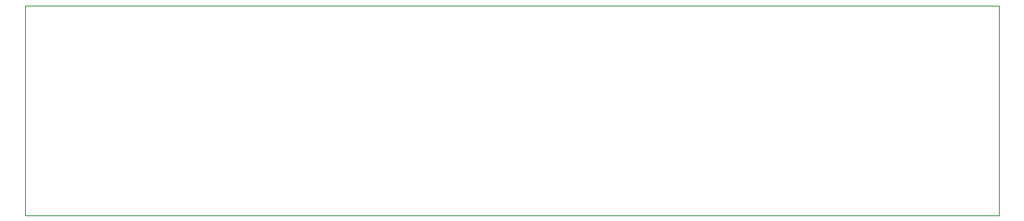
<source format=gm1>
G04 #@! TF.GenerationSoftware,KiCad,Pcbnew,(5.1.9)-1*
G04 #@! TF.CreationDate,2021-10-03T21:12:03-04:00*
G04 #@! TF.ProjectId,bus-connect,6275732d-636f-46e6-9e65-63742e6b6963,rev?*
G04 #@! TF.SameCoordinates,Original*
G04 #@! TF.FileFunction,Profile,NP*
%FSLAX46Y46*%
G04 Gerber Fmt 4.6, Leading zero omitted, Abs format (unit mm)*
G04 Created by KiCad (PCBNEW (5.1.9)-1) date 2021-10-03 21:12:03*
%MOMM*%
%LPD*%
G01*
G04 APERTURE LIST*
G04 #@! TA.AperFunction,Profile*
%ADD10C,0.100000*%
G04 #@! TD*
G04 APERTURE END LIST*
D10*
X193000000Y-77000000D02*
X91000000Y-77000000D01*
X193000000Y-99000000D02*
X193000000Y-77000000D01*
X91000000Y-99000000D02*
X193000000Y-99000000D01*
X91000000Y-77000000D02*
X91000000Y-99000000D01*
M02*

</source>
